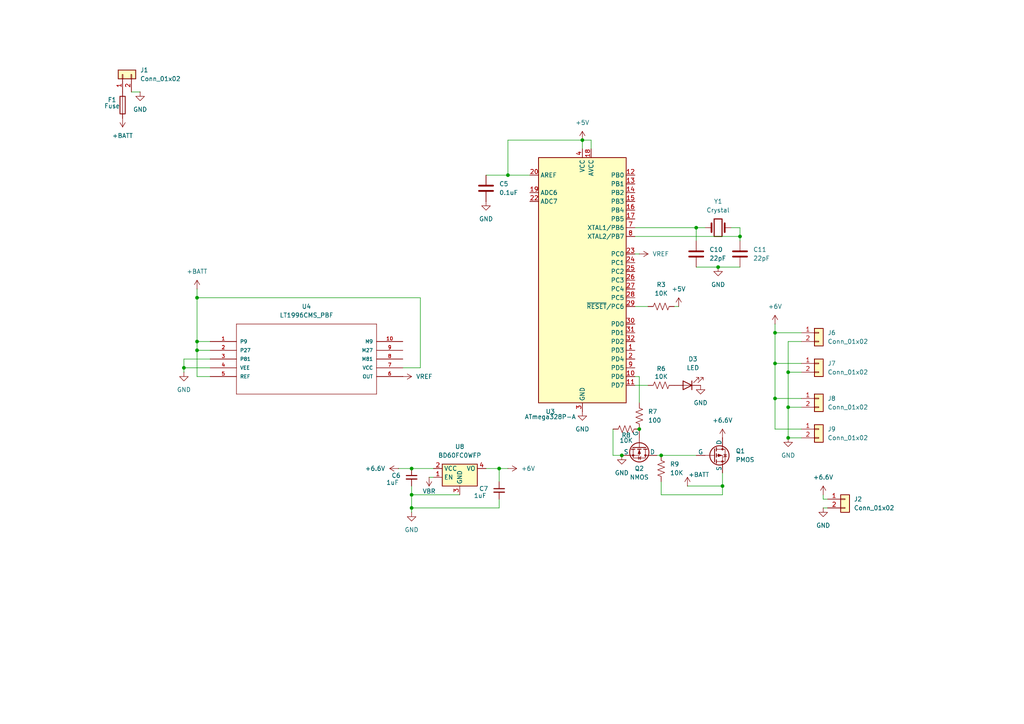
<source format=kicad_sch>
(kicad_sch (version 20250114) (generator "eeschema") (generator_version "9.0")
  (paper "A4")
  (lib_symbols
    (symbol "Connector_Generic:Conn_01x02" (pin_names (offset 1.016) (hide yes))
      (property "Reference" "J" (at 0 2.54 0))
      (property "Value" "Conn_01x02" (at 0 -5.08 0))
      (symbol "Conn_01x02_1_1"
        (rectangle (start -1.27 1.27) (end 1.27 -3.81) (stroke (width 0.254)) (fill (type background)))
        (rectangle (start -1.27 0.127) (end 0 -0.127) (stroke (width 0.1524)))
        (rectangle (start -1.27 -2.413) (end 0 -2.667) (stroke (width 0.1524)))
        (pin passive line (at -5.08 0 0) (length 3.81) (name "Pin_1") (number "1"))
        (pin passive line (at -5.08 -2.54 0) (length 3.81) (name "Pin_2") (number "2"))
      )
    )
    (symbol "Device:C" (pin_numbers (hide yes)) (pin_names (offset 0.254))
      (property "Reference" "C" (at 0.635 2.54 0))
      (property "Value" "C" (at 0.635 -2.54 0))
      (symbol "C_0_1"
        (polyline (pts (xy -2.032 0.762) (xy 2.032 0.762)) (stroke (width 0.508)))
        (polyline (pts (xy -2.032 -0.762) (xy 2.032 -0.762)) (stroke (width 0.508)))
      )
      (symbol "C_1_1"
        (pin passive line (at 0 3.81 270) (length 2.794) (name "~") (number "1"))
        (pin passive line (at 0 -3.81 90) (length 2.794) (name "~") (number "2"))
      )
    )
    (symbol "Device:C_Small" (pin_numbers (hide yes)) (pin_names (offset 0.254) (hide yes))
      (property "Reference" "C" (at 0.254 1.778 0))
      (property "Value" "C_Small" (at 0.254 -2.032 0))
      (symbol "C_Small_0_1"
        (polyline (pts (xy -1.524 0.508) (xy 1.524 0.508)) (stroke (width 0.3048)))
        (polyline (pts (xy -1.524 -0.508) (xy 1.524 -0.508)) (stroke (width 0.3302)))
      )
      (symbol "C_Small_1_1"
        (pin passive line (at 0 2.54 270) (length 2.032) (name "~") (number "1"))
        (pin passive line (at 0 -2.54 90) (length 2.032) (name "~") (number "2"))
      )
    )
    (symbol "Device:Crystal" (pin_numbers (hide yes)) (pin_names (offset 1.016) (hide yes))
      (property "Reference" "Y" (at 0 3.81 0))
      (property "Value" "Crystal" (at 0 -3.81 0))
      (symbol "Crystal_0_1"
        (polyline (pts (xy -2.54 0) (xy -1.905 0)))
        (polyline (pts (xy -1.905 -1.27) (xy -1.905 1.27)) (stroke (width 0.508)))
        (rectangle (start -1.143 2.54) (end 1.143 -2.54) (stroke (width 0.3048)))
        (polyline (pts (xy 1.905 -1.27) (xy 1.905 1.27)) (stroke (width 0.508)))
        (polyline (pts (xy 2.54 0) (xy 1.905 0)))
      )
      (symbol "Crystal_1_1"
        (pin passive line (at -3.81 0 0) (length 1.27) (name "1") (number "1"))
        (pin passive line (at 3.81 0 180) (length 1.27) (name "2") (number "2"))
      )
    )
    (symbol "Device:Fuse" (pin_numbers (hide yes)) (pin_names (offset 0))
      (property "Reference" "F" (at 2.032 0 90))
      (property "Value" "Fuse" (at -1.905 0 90))
      (symbol "Fuse_0_1"
        (rectangle (start -0.762 -2.54) (end 0.762 2.54) (stroke (width 0.254)))
        (polyline (pts (xy 0 2.54) (xy 0 -2.54)))
      )
      (symbol "Fuse_1_1"
        (pin passive line (at 0 3.81 270) (length 1.27) (name "~") (number "1"))
        (pin passive line (at 0 -3.81 90) (length 1.27) (name "~") (number "2"))
      )
    )
    (symbol "Device:LED" (pin_numbers (hide yes)) (pin_names (offset 1.016) (hide yes))
      (property "Reference" "D" (at 0 2.54 0))
      (property "Value" "LED" (at 0 -2.54 0))
      (symbol "LED_0_1"
        (polyline (pts (xy -3.048 -0.762) (xy -4.572 -2.286) (xy -3.81 -2.286) (xy -4.572 -2.286) (xy -4.572 -1.524)))
        (polyline (pts (xy -1.778 -0.762) (xy -3.302 -2.286) (xy -2.54 -2.286) (xy -3.302 -2.286) (xy -3.302 -1.524)))
        (polyline (pts (xy -1.27 0) (xy 1.27 0)))
        (polyline (pts (xy -1.27 -1.27) (xy -1.27 1.27)) (stroke (width 0.254)))
        (polyline (pts (xy 1.27 -1.27) (xy 1.27 1.27) (xy -1.27 0) (xy 1.27 -1.27)) (stroke (width 0.254)))
      )
      (symbol "LED_1_1"
        (pin passive line (at -3.81 0 0) (length 2.54) (name "K") (number "1"))
        (pin passive line (at 3.81 0 180) (length 2.54) (name "A") (number "2"))
      )
    )
    (symbol "Device:R_US" (pin_numbers (hide yes)) (pin_names (offset 0))
      (property "Reference" "R" (at 2.54 0 90))
      (property "Value" "R_US" (at -2.54 0 90))
      (symbol "R_US_0_1"
        (polyline (pts (xy 0 2.286) (xy 0 2.54)))
        (polyline (pts (xy 0 2.286) (xy 1.016 1.905) (xy 0 1.524) (xy -1.016 1.143) (xy 0 0.762)))
        (polyline (pts (xy 0 0.762) (xy 1.016 0.381) (xy 0 0) (xy -1.016 -0.381) (xy 0 -0.762)))
        (polyline (pts (xy 0 -0.762) (xy 1.016 -1.143) (xy 0 -1.524) (xy -1.016 -1.905) (xy 0 -2.286)))
        (polyline (pts (xy 0 -2.286) (xy 0 -2.54)))
      )
      (symbol "R_US_1_1"
        (pin passive line (at 0 3.81 270) (length 1.27) (name "~") (number "1"))
        (pin passive line (at 0 -3.81 90) (length 1.27) (name "~") (number "2"))
      )
    )
    (symbol "LT1996CMS_PBF:LT1996CMS_PBF" (pin_names (offset 1.016))
      (property "Reference" "U" (at 23.2156 9.1186 0))
      (property "Value" "LT1996CMS_PBF" (at 22.5806 6.5786 0))
      (symbol "LT1996CMS_PBF_0_0"
        (polyline (pts (xy 7.62 5.08) (xy 7.62 -15.24)) (stroke (width 0.1524)))
        (polyline (pts (xy 7.62 -15.24) (xy 48.26 -15.24)) (stroke (width 0.1524)))
        (polyline (pts (xy 48.26 5.08) (xy 7.62 5.08)) (stroke (width 0.1524)))
        (polyline (pts (xy 48.26 -15.24) (xy 48.26 5.08)) (stroke (width 0.1524)))
        (pin input line (at 0 0 0) (length 7.62) (name "P9") (number "1"))
        (pin input line (at 0 -2.54 0) (length 7.62) (name "P27") (number "2"))
        (pin input line (at 0 -5.08 0) (length 7.62) (name "P81") (number "3"))
        (pin power_in line (at 0 -7.62 0) (length 7.62) (name "VEE") (number "4"))
        (pin bidirectional line (at 0 -10.16 0) (length 7.62) (name "REF") (number "5"))
        (pin input line (at 55.88 0 180) (length 7.62) (name "M9") (number "10"))
        (pin input line (at 55.88 -2.54 180) (length 7.62) (name "M27") (number "9"))
        (pin input line (at 55.88 -5.08 180) (length 7.62) (name "M81") (number "8"))
        (pin power_in line (at 55.88 -7.62 180) (length 7.62) (name "VCC") (number "7"))
        (pin output line (at 55.88 -10.16 180) (length 7.62) (name "OUT") (number "6"))
      )
    )
    (symbol "MCU_Microchip_ATmega:ATmega328P-A"
      (property "Reference" "U" (at -12.7 36.83 0))
      (property "Value" "ATmega328P-A" (at 2.54 -36.83 0))
      (symbol "ATmega328P-A_0_1"
        (rectangle (start -12.7 -35.56) (end 12.7 35.56) (stroke (width 0.254)) (fill (type background)))
      )
      (symbol "ATmega328P-A_1_1"
        (pin passive line (at -15.24 30.48 0) (length 2.54) (name "AREF") (number "20"))
        (pin input line (at -15.24 25.4 0) (length 2.54) (name "ADC6") (number "19"))
        (pin input line (at -15.24 22.86 0) (length 2.54) (name "ADC7") (number "22"))
        (pin power_in line (at 0 38.1 270) (length 2.54) (name "VCC") (number "4"))
        (pin passive line (at 0 38.1 270) (length 2.54) (hide yes) (name "VCC") (number "6"))
        (pin passive line (at 0 -38.1 90) (length 2.54) (hide yes) (name "GND") (number "21"))
        (pin power_in line (at 0 -38.1 90) (length 2.54) (name "GND") (number "3"))
        (pin passive line (at 0 -38.1 90) (length 2.54) (hide yes) (name "GND") (number "5"))
        (pin power_in line (at 2.54 38.1 270) (length 2.54) (name "AVCC") (number "18"))
        (pin bidirectional line (at 15.24 30.48 180) (length 2.54) (name "PB0") (number "12"))
        (pin bidirectional line (at 15.24 27.94 180) (length 2.54) (name "PB1") (number "13"))
        (pin bidirectional line (at 15.24 25.4 180) (length 2.54) (name "PB2") (number "14"))
        (pin bidirectional line (at 15.24 22.86 180) (length 2.54) (name "PB3") (number "15"))
        (pin bidirectional line (at 15.24 20.32 180) (length 2.54) (name "PB4") (number "16"))
        (pin bidirectional line (at 15.24 17.78 180) (length 2.54) (name "PB5") (number "17"))
        (pin bidirectional line (at 15.24 15.24 180) (length 2.54) (name "XTAL1/PB6") (number "7"))
        (pin bidirectional line (at 15.24 12.7 180) (length 2.54) (name "XTAL2/PB7") (number "8"))
        (pin bidirectional line (at 15.24 7.62 180) (length 2.54) (name "PC0") (number "23"))
        (pin bidirectional line (at 15.24 5.08 180) (length 2.54) (name "PC1") (number "24"))
        (pin bidirectional line (at 15.24 2.54 180) (length 2.54) (name "PC2") (number "25"))
        (pin bidirectional line (at 15.24 0 180) (length 2.54) (name "PC3") (number "26"))
        (pin bidirectional line (at 15.24 -2.54 180) (length 2.54) (name "PC4") (number "27"))
        (pin bidirectional line (at 15.24 -5.08 180) (length 2.54) (name "PC5") (number "28"))
        (pin bidirectional line (at 15.24 -7.62 180) (length 2.54) (name "~{RESET}/PC6") (number "29"))
        (pin bidirectional line (at 15.24 -12.7 180) (length 2.54) (name "PD0") (number "30"))
        (pin bidirectional line (at 15.24 -15.24 180) (length 2.54) (name "PD1") (number "31"))
        (pin bidirectional line (at 15.24 -17.78 180) (length 2.54) (name "PD2") (number "32"))
        (pin bidirectional line (at 15.24 -20.32 180) (length 2.54) (name "PD3") (number "1"))
        (pin bidirectional line (at 15.24 -22.86 180) (length 2.54) (name "PD4") (number "2"))
        (pin bidirectional line (at 15.24 -25.4 180) (length 2.54) (name "PD5") (number "9"))
        (pin bidirectional line (at 15.24 -27.94 180) (length 2.54) (name "PD6") (number "10"))
        (pin bidirectional line (at 15.24 -30.48 180) (length 2.54) (name "PD7") (number "11"))
      )
    )
    (symbol "Regulator_Linear:BD60FC0WFP"
      (property "Reference" "U" (at 0 7.62 0))
      (property "Value" "BD60FC0WFP" (at 0 5.08 0))
      (symbol "BD60FC0WFP_1_1"
        (rectangle (start -5.08 -5.08) (end 5.08 1.27) (stroke (width 0.254)) (fill (type background)))
        (pin power_in line (at -7.62 0 0) (length 2.54) (name "VCC") (number "2"))
        (pin input line (at -7.62 -2.54 0) (length 2.54) (name "EN") (number "1"))
        (pin power_in line (at 0 -7.62 90) (length 2.54) (name "GND") (number "3"))
        (pin no_connect line (at 5.08 -2.54 180) (length 2.54) (hide yes) (name "NC") (number "5"))
        (pin power_out line (at 7.62 0 180) (length 2.54) (name "VO") (number "4"))
      )
    )
    (symbol "Simulation_SPICE:NMOS" (pin_numbers (hide yes)) (pin_names (offset 0))
      (property "Reference" "Q" (at 5.08 1.27 0))
      (property "Value" "NMOS" (at 5.08 -1.27 0))
      (symbol "NMOS_0_1"
        (polyline (pts (xy 0.254 1.905) (xy 0.254 -1.905)) (stroke (width 0.254)))
        (polyline (pts (xy 0.254 0) (xy -2.54 0)))
        (polyline (pts (xy 0.762 2.286) (xy 0.762 1.27)) (stroke (width 0.254)))
        (polyline (pts (xy 0.762 0.508) (xy 0.762 -0.508)) (stroke (width 0.254)))
        (polyline (pts (xy 0.762 -1.27) (xy 0.762 -2.286)) (stroke (width 0.254)))
        (polyline (pts (xy 0.762 -1.778) (xy 3.302 -1.778) (xy 3.302 1.778) (xy 0.762 1.778)))
        (polyline (pts (xy 1.016 0) (xy 2.032 0.381) (xy 2.032 -0.381) (xy 1.016 0)) (fill (type outline)))
        (circle (center 1.651 0) (radius 2.794) (stroke (width 0.254)))
        (polyline (pts (xy 2.54 2.54) (xy 2.54 1.778)))
        (circle (center 2.54 1.778) (radius 0.254) (fill (type outline)))
        (circle (center 2.54 -1.778) (radius 0.254) (fill (type outline)))
        (polyline (pts (xy 2.54 -2.54) (xy 2.54 0) (xy 0.762 0)))
        (polyline (pts (xy 2.794 0.508) (xy 2.921 0.381) (xy 3.683 0.381) (xy 3.81 0.254)))
        (polyline (pts (xy 3.302 0.381) (xy 2.921 -0.254) (xy 3.683 -0.254) (xy 3.302 0.381)))
      )
      (symbol "NMOS_1_1"
        (pin input line (at -5.08 0 0) (length 2.54) (name "G") (number "2"))
        (pin passive line (at 2.54 5.08 270) (length 2.54) (name "D") (number "1"))
        (pin passive line (at 2.54 -5.08 90) (length 2.54) (name "S") (number "3"))
      )
    )
    (symbol "Simulation_SPICE:PMOS" (pin_numbers (hide yes)) (pin_names (offset 0))
      (property "Reference" "Q" (at 5.08 1.27 0))
      (property "Value" "PMOS" (at 5.08 -1.27 0))
      (symbol "PMOS_0_1"
        (polyline (pts (xy 0.254 1.905) (xy 0.254 -1.905)) (stroke (width 0.254)))
        (polyline (pts (xy 0.254 0) (xy -2.54 0)))
        (polyline (pts (xy 0.762 2.286) (xy 0.762 1.27)) (stroke (width 0.254)))
        (polyline (pts (xy 0.762 1.778) (xy 3.302 1.778) (xy 3.302 -1.778) (xy 0.762 -1.778)))
        (polyline (pts (xy 0.762 0.508) (xy 0.762 -0.508)) (stroke (width 0.254)))
        (polyline (pts (xy 0.762 -1.27) (xy 0.762 -2.286)) (stroke (width 0.254)))
        (circle (center 1.651 0) (radius 2.794) (stroke (width 0.254)))
        (polyline (pts (xy 2.286 0) (xy 1.27 0.381) (xy 1.27 -0.381) (xy 2.286 0)) (fill (type outline)))
        (polyline (pts (xy 2.54 2.54) (xy 2.54 1.778)))
        (circle (center 2.54 1.778) (radius 0.254) (fill (type outline)))
        (circle (center 2.54 -1.778) (radius 0.254) (fill (type outline)))
        (polyline (pts (xy 2.54 -2.54) (xy 2.54 0) (xy 0.762 0)))
        (polyline (pts (xy 2.794 -0.508) (xy 2.921 -0.381) (xy 3.683 -0.381) (xy 3.81 -0.254)))
        (polyline (pts (xy 3.302 -0.381) (xy 2.921 0.254) (xy 3.683 0.254) (xy 3.302 -0.381)))
      )
      (symbol "PMOS_1_1"
        (pin input line (at -5.08 0 0) (length 2.54) (name "G") (number "2"))
        (pin passive line (at 2.54 5.08 270) (length 2.54) (name "D") (number "1"))
        (pin passive line (at 2.54 -5.08 90) (length 2.54) (name "S") (number "3"))
      )
    )
    (symbol "power:+BATT" (power) (pin_numbers (hide yes)) (pin_names (offset 0) (hide yes))
      (property "Value" "+BATT" (at 0 3.556 0))
      (symbol "+BATT_0_1"
        (polyline (pts (xy -0.762 1.27) (xy 0 2.54)))
        (polyline (pts (xy 0 2.54) (xy 0.762 1.27)))
        (polyline (pts (xy 0 0) (xy 0 2.54)))
      )
      (symbol "+BATT_1_1"
        (pin power_in line (at 0 0 90) (length 0) (name "~") (number "1"))
      )
    )
    (symbol "power:GND" (power) (pin_numbers (hide yes)) (pin_names (offset 0) (hide yes))
      (property "Value" "GND" (at 0 -3.81 0))
      (symbol "GND_0_1"
        (polyline (pts (xy 0 0) (xy 0 -1.27) (xy 1.27 -1.27) (xy 0 -2.54) (xy -1.27 -1.27) (xy 0 -1.27)))
      )
      (symbol "GND_1_1"
        (pin power_in line (at 0 0 270) (length 0) (name "~") (number "1"))
      )
    )
    (symbol "power:VAA" (power) (pin_numbers (hide yes)) (pin_names (offset 0) (hide yes))
      (property "Value" "VAA" (at 0 3.556 0))
      (symbol "VAA_0_1"
        (polyline (pts (xy -0.762 1.27) (xy 0 2.54)))
        (polyline (pts (xy 0 2.54) (xy 0.762 1.27)))
        (polyline (pts (xy 0 0) (xy 0 2.54)))
      )
      (symbol "VAA_1_1"
        (pin power_in line (at 0 0 90) (length 0) (name "~") (number "1"))
      )
    )
  )
  (junction (at 209.55 140.97))
  (junction (at 57.15 86.36))
  (junction (at 201.93 66.04))
  (junction (at 119.38 147.32))
  (junction (at 144.78 135.89))
  (junction (at 53.34 106.68))
  (junction (at 214.63 68.58))
  (junction (at 228.6 118.11))
  (junction (at 57.15 101.6))
  (junction (at 180.34 132.08))
  (junction (at 119.38 135.89))
  (junction (at 224.79 96.52))
  (junction (at 208.28 77.47))
  (junction (at 57.15 99.06))
  (junction (at 168.91 40.64))
  (junction (at 228.6 107.95))
  (junction (at 228.6 127))
  (junction (at 147.32 50.8))
  (junction (at 224.79 105.41))
  (junction (at 185.42 124.46))
  (junction (at 224.79 115.57))
  (junction (at 191.77 132.08))
  (junction (at 119.38 143.51))
  (wire (pts (xy 201.93 66.04) (xy 184.15 66.04)))
  (wire (pts (xy 144.78 147.32) (xy 119.38 147.32)))
  (wire (pts (xy 153.67 50.8) (xy 147.32 50.8)))
  (wire (pts (xy 57.15 109.22) (xy 57.15 101.6)))
  (wire (pts (xy 191.77 132.08) (xy 201.93 132.08)))
  (wire (pts (xy 204.47 66.04) (xy 201.93 66.04)))
  (wire (pts (xy 57.15 99.06) (xy 60.96 99.06)))
  (wire (pts (xy 240.03 144.78) (xy 238.76 144.78)))
  (wire (pts (xy 177.8 132.08) (xy 180.34 132.08)))
  (wire (pts (xy 191.77 143.51) (xy 191.77 139.7)))
  (wire (pts (xy 201.93 66.04) (xy 201.93 69.85)))
  (wire (pts (xy 209.55 143.51) (xy 191.77 143.51)))
  (wire (pts (xy 214.63 68.58) (xy 214.63 69.85)))
  (wire (pts (xy 185.42 109.22) (xy 185.42 116.84)))
  (wire (pts (xy 224.79 124.46) (xy 232.41 124.46)))
  (wire (pts (xy 40.64 26.67) (xy 38.1 26.67)))
  (wire (pts (xy 53.34 106.68) (xy 53.34 107.95)))
  (wire (pts (xy 224.79 105.41) (xy 224.79 96.52)))
  (wire (pts (xy 121.92 86.36) (xy 57.15 86.36)))
  (wire (pts (xy 195.58 88.9) (xy 196.85 88.9)))
  (wire (pts (xy 140.97 135.89) (xy 144.78 135.89)))
  (wire (pts (xy 187.96 111.76) (xy 184.15 111.76)))
  (wire (pts (xy 144.78 135.89) (xy 147.32 135.89)))
  (wire (pts (xy 224.79 124.46) (xy 224.79 115.57)))
  (wire (pts (xy 228.6 99.06) (xy 228.6 107.95)))
  (wire (pts (xy 57.15 99.06) (xy 57.15 101.6)))
  (wire (pts (xy 184.15 73.66) (xy 185.42 73.66)))
  (wire (pts (xy 119.38 147.32) (xy 119.38 148.59)))
  (wire (pts (xy 121.92 106.68) (xy 121.92 86.36)))
  (wire (pts (xy 125.73 135.89) (xy 119.38 135.89)))
  (wire (pts (xy 177.8 124.46) (xy 177.8 132.08)))
  (wire (pts (xy 209.55 140.97) (xy 209.55 143.51)))
  (wire (pts (xy 147.32 40.64) (xy 147.32 50.8)))
  (wire (pts (xy 125.73 138.43) (xy 124.46 138.43)))
  (wire (pts (xy 57.15 83.82) (xy 57.15 86.36)))
  (wire (pts (xy 201.93 77.47) (xy 208.28 77.47)))
  (wire (pts (xy 232.41 127) (xy 228.6 127)))
  (wire (pts (xy 232.41 99.06) (xy 228.6 99.06)))
  (wire (pts (xy 60.96 104.14) (xy 53.34 104.14)))
  (wire (pts (xy 57.15 101.6) (xy 60.96 101.6)))
  (wire (pts (xy 115.57 135.89) (xy 119.38 135.89)))
  (wire (pts (xy 119.38 140.97) (xy 119.38 143.51)))
  (wire (pts (xy 168.91 40.64) (xy 168.91 43.18)))
  (wire (pts (xy 168.91 40.64) (xy 147.32 40.64)))
  (wire (pts (xy 140.97 50.8) (xy 147.32 50.8)))
  (wire (pts (xy 232.41 115.57) (xy 224.79 115.57)))
  (wire (pts (xy 60.96 109.22) (xy 57.15 109.22)))
  (wire (pts (xy 232.41 105.41) (xy 224.79 105.41)))
  (wire (pts (xy 209.55 137.16) (xy 209.55 140.97)))
  (wire (pts (xy 57.15 86.36) (xy 57.15 99.06)))
  (wire (pts (xy 187.96 88.9) (xy 184.15 88.9)))
  (wire (pts (xy 224.79 115.57) (xy 224.79 105.41)))
  (wire (pts (xy 144.78 144.78) (xy 144.78 147.32)))
  (wire (pts (xy 53.34 104.14) (xy 53.34 106.68)))
  (wire (pts (xy 133.35 143.51) (xy 119.38 143.51)))
  (wire (pts (xy 144.78 139.7) (xy 144.78 135.89)))
  (wire (pts (xy 184.15 68.58) (xy 214.63 68.58)))
  (wire (pts (xy 168.91 40.64) (xy 171.45 40.64)))
  (wire (pts (xy 228.6 107.95) (xy 228.6 118.11)))
  (wire (pts (xy 228.6 118.11) (xy 228.6 127)))
  (wire (pts (xy 232.41 118.11) (xy 228.6 118.11)))
  (wire (pts (xy 116.84 106.68) (xy 121.92 106.68)))
  (wire (pts (xy 214.63 77.47) (xy 208.28 77.47)))
  (wire (pts (xy 238.76 144.78) (xy 238.76 143.51)))
  (wire (pts (xy 212.09 66.04) (xy 214.63 66.04)))
  (wire (pts (xy 171.45 40.64) (xy 171.45 43.18)))
  (wire (pts (xy 60.96 106.68) (xy 53.34 106.68)))
  (wire (pts (xy 232.41 96.52) (xy 224.79 96.52)))
  (wire (pts (xy 214.63 66.04) (xy 214.63 68.58)))
  (wire (pts (xy 240.03 147.32) (xy 238.76 147.32)))
  (wire (pts (xy 232.41 107.95) (xy 228.6 107.95)))
  (wire (pts (xy 209.55 140.97) (xy 199.39 140.97)))
  (wire (pts (xy 184.15 109.22) (xy 185.42 109.22)))
  (wire (pts (xy 224.79 96.52) (xy 224.79 93.98)))
  (wire (pts (xy 190.5 132.08) (xy 191.77 132.08)))
  (wire (pts (xy 119.38 143.51) (xy 119.38 147.32)))
  (symbol (lib_id "Device:C") (at 201.93 73.66 0) (unit 1)
    (property "Reference" "C10" (at 205.74 72.3899 0) (effects (justify left)))
    (property "Value" "22pF" (at 205.74 74.9299 0) (effects (justify left)))
    (property "Footprint" "Capacitor_SMD:C_0603_1608Metric" (effects (hide yes)))
    (property "Description" "Unpolarized capacitor" (effects (hide yes)))
  )
  (symbol (lib_id "Connector_Generic:Conn_01x02") (at 35.56 21.59 90) (unit 1)
    (property "Reference" "J1" (at 40.64 20.3199 90) (effects (justify right)))
    (property "Value" "Conn_01x02" (at 40.64 22.8599 90) (effects (justify right)))
    (property "Footprint" "Connector_TE-Connectivity:TE_440054-2_1x02_P2.00mm_Vertical" (effects (hide yes)))
    (property "Description" "Generic connector, single row, 01x02, script generated (kicad-library-utils/schlib/autogen/connector/)" (effects (hide yes)))
  )
  (symbol (lib_id "power:GND") (at 53.34 107.95 0) (unit 1)
    (property "Reference" "#PWR04" (effects (hide yes)))
    (property "Value" "GND" (at 53.34 113.03 0))
    (property "Description" "Power symbol creates a global label with name \"GND\" , ground" (effects (hide yes)))
  )
  (symbol (lib_id "Device:LED") (at 199.39 111.76 180) (unit 1)
    (property "Reference" "D3" (at 200.9775 104.14 0))
    (property "Value" "LED" (at 200.9775 106.68 0))
    (property "Footprint" "Diode_SMD:D_0603_1608Metric" (effects (hide yes)))
    (property "Description" "Light emitting diode" (effects (hide yes)))
    (property "Sim.Pins" "1=K 2=A" (effects (hide yes)))
  )
  (symbol (lib_id "power:GND") (at 119.38 148.59 0) (unit 1)
    (property "Reference" "#PWR025" (effects (hide yes)))
    (property "Value" "GND" (at 119.38 153.67 0))
    (property "Description" "Power symbol creates a global label with name \"GND\" , ground" (effects (hide yes)))
  )
  (symbol (lib_id "Device:R_US") (at 191.77 135.89 0) (unit 1)
    (property "Reference" "R9" (at 194.31 134.6199 0) (effects (justify left)))
    (property "Value" "10K" (at 194.31 137.1599 0) (effects (justify left)))
    (property "Footprint" "Resistor_SMD:R_0603_1608Metric" (effects (hide yes)))
    (property "Description" "Resistor, US symbol" (effects (hide yes)))
  )
  (symbol (lib_id "power:VAA") (at 116.84 109.22 270) (unit 1)
    (property "Reference" "#PWR05" (effects (hide yes)))
    (property "Value" "VREF" (at 120.65 109.2199 90) (effects (justify left)))
    (property "Description" "Power symbol creates a global label with name \"VAA\"" (effects (hide yes)))
  )
  (symbol (lib_id "Connector_Generic:Conn_01x02") (at 237.49 124.46 0) (unit 1)
    (property "Reference" "J9" (at 240.03 124.4599 0) (effects (justify left)))
    (property "Value" "Conn_01x02" (at 240.03 126.9999 0) (effects (justify left)))
    (property "Footprint" "Connector_TE-Connectivity:TE_440054-2_1x02_P2.00mm_Vertical" (effects (hide yes)))
    (property "Description" "Generic connector, single row, 01x02, script generated (kicad-library-utils/schlib/autogen/connector/)" (effects (hide yes)))
  )
  (symbol (lib_id "power:GND") (at 238.76 147.32 0) (unit 1)
    (property "Reference" "#PWR031" (effects (hide yes)))
    (property "Value" "GND" (at 238.76 152.4 0))
    (property "Description" "Power symbol creates a global label with name \"GND\" , ground" (effects (hide yes)))
  )
  (symbol (lib_id "Device:C") (at 214.63 73.66 0) (unit 1)
    (property "Reference" "C11" (at 218.44 72.3899 0) (effects (justify left)))
    (property "Value" "22pF" (at 218.44 74.9299 0) (effects (justify left)))
    (property "Footprint" "Capacitor_SMD:C_0603_1608Metric" (effects (hide yes)))
    (property "Description" "Unpolarized capacitor" (effects (hide yes)))
  )
  (symbol (lib_id "Connector_Generic:Conn_01x02") (at 237.49 96.52 0) (unit 1)
    (property "Reference" "J6" (at 240.03 96.5199 0) (effects (justify left)))
    (property "Value" "Conn_01x02" (at 240.03 99.0599 0) (effects (justify left)))
    (property "Footprint" "Connector_TE-Connectivity:TE_440054-2_1x02_P2.00mm_Vertical" (effects (hide yes)))
    (property "Description" "Generic connector, single row, 01x02, script generated (kicad-library-utils/schlib/autogen/connector/)" (effects (hide yes)))
  )
  (symbol (lib_id "power:GND") (at 208.28 77.47 0) (unit 1)
    (property "Reference" "#PWR011" (effects (hide yes)))
    (property "Value" "GND" (at 208.28 82.55 0))
    (property "Description" "Power symbol creates a global label with name \"GND\" , ground" (effects (hide yes)))
  )
  (symbol (lib_id "Device:Fuse") (at 35.56 30.48 0) (unit 1)
    (property "Reference" "F1" (at 31.242 28.956 0) (effects (justify left)))
    (property "Value" "Fuse" (at 30.226 30.734 0) (effects (justify left)))
    (property "Footprint" "Fuse:Fuseholder_Littelfuse_445_030_series_5x20mm" (effects (hide yes)))
    (property "Description" "Fuse" (effects (hide yes)))
  )
  (symbol (lib_id "Connector_Generic:Conn_01x02") (at 245.11 144.78 0) (unit 1)
    (property "Reference" "J2" (at 247.65 144.7799 0) (effects (justify left)))
    (property "Value" "Conn_01x02" (at 247.65 147.3199 0) (effects (justify left)))
    (property "Footprint" "Connector_TE-Connectivity:TE_440054-2_1x02_P2.00mm_Vertical" (effects (hide yes)))
    (property "Description" "Generic connector, single row, 01x02, script generated (kicad-library-utils/schlib/autogen/connector/)" (effects (hide yes)))
  )
  (symbol (lib_id "power:VAA") (at 238.76 143.51 0) (unit 1)
    (property "Reference" "#PWR023" (effects (hide yes)))
    (property "Value" "+6.6V" (at 238.76 138.43 0))
    (property "Description" "Power symbol creates a global label with name \"VAA\"" (effects (hide yes)))
  )
  (symbol (lib_id "power:GND") (at 228.6 127 0) (unit 1)
    (property "Reference" "#PWR034" (effects (hide yes)))
    (property "Value" "GND" (at 228.6 132.08 0))
    (property "Description" "Power symbol creates a global label with name \"GND\" , ground" (effects (hide yes)))
  )
  (symbol (lib_id "power:VAA") (at 147.32 135.89 270) (unit 1)
    (property "Reference" "#PWR027" (effects (hide yes)))
    (property "Value" "+6V" (at 151.13 135.8899 90) (effects (justify left)))
    (property "Description" "Power symbol creates a global label with name \"VAA\"" (effects (hide yes)))
  )
  (symbol (lib_id "Simulation_SPICE:NMOS") (at 185.42 129.54 270) (unit 1)
    (property "Reference" "Q2" (at 185.42 135.89 90))
    (property "Value" "NMOS" (at 185.42 138.43 90))
    (property "Footprint" "Package_TO_SOT_SMD:SOT-23-3" (effects (hide yes)))
    (property "Datasheet" "https://ngspice.sourceforge.io/docs/ngspice-html-manual/manual.xhtml#cha_MOSFETs" (effects (hide yes)))
    (property "Description" "N-MOSFET transistor, drain/source/gate" (effects (hide yes)))
    (property "Sim.Device" "NMOS" (effects (hide yes)))
    (property "Sim.Type" "VDMOS" (effects (hide yes)))
    (property "Sim.Pins" "1=D 2=G 3=S" (effects (hide yes)))
  )
  (symbol (lib_id "power:GND") (at 203.2 111.76 0) (unit 1)
    (property "Reference" "#PWR017" (effects (hide yes)))
    (property "Value" "GND" (at 203.2 116.84 0))
    (property "Description" "Power symbol creates a global label with name \"GND\" , ground" (effects (hide yes)))
  )
  (symbol (lib_id "power:VAA") (at 224.79 93.98 0) (unit 1)
    (property "Reference" "#PWR033" (effects (hide yes)))
    (property "Value" "+6V" (at 224.79 88.9 0))
    (property "Description" "Power symbol creates a global label with name \"VAA\"" (effects (hide yes)))
  )
  (symbol (lib_id "Device:C") (at 140.97 54.61 0) (unit 1)
    (property "Reference" "C5" (at 144.78 53.3399 0) (effects (justify left)))
    (property "Value" "0.1uF" (at 144.78 55.8799 0) (effects (justify left)))
    (property "Footprint" "Capacitor_SMD:C_0603_1608Metric" (effects (hide yes)))
    (property "Description" "Unpolarized capacitor" (effects (hide yes)))
  )
  (symbol (lib_id "Simulation_SPICE:PMOS") (at 207.01 132.08 0) (unit 1)
    (property "Reference" "Q1" (at 213.36 130.8099 0) (effects (justify left)))
    (property "Value" "PMOS" (at 213.36 133.3499 0) (effects (justify left)))
    (property "Footprint" "Package_TO_SOT_SMD:SOT-23" (effects (hide yes)))
    (property "Datasheet" "https://ngspice.sourceforge.io/docs/ngspice-html-manual/manual.xhtml#cha_MOSFETs" (effects (hide yes)))
    (property "Description" "P-MOSFET transistor, drain/source/gate" (effects (hide yes)))
    (property "Sim.Device" "PMOS" (effects (hide yes)))
    (property "Sim.Type" "VDMOS" (effects (hide yes)))
    (property "Sim.Pins" "1=D 2=G 3=S" (effects (hide yes)))
  )
  (symbol (lib_id "Device:R_US") (at 191.77 111.76 90) (unit 1)
    (property "Reference" "R6" (at 191.77 106.934 90))
    (property "Value" "10K" (at 191.77 109.22 90))
    (property "Footprint" "Resistor_SMD:R_0603_1608Metric" (effects (hide yes)))
    (property "Description" "Resistor, US symbol" (effects (hide yes)))
  )
  (symbol (lib_id "power:+BATT") (at 35.56 34.29 180) (unit 1)
    (property "Reference" "#PWR03" (effects (hide yes)))
    (property "Value" "+BATT" (at 35.56 39.37 0))
    (property "Description" "Power symbol creates a global label with name \"+BATT\"" (effects (hide yes)))
  )
  (symbol (lib_id "power:VAA") (at 124.46 138.43 180) (unit 1)
    (property "Reference" "#PWR026" (effects (hide yes)))
    (property "Value" "VBR" (at 124.46 142.494 0))
    (property "Description" "Power symbol creates a global label with name \"VAA\"" (effects (hide yes)))
  )
  (symbol (lib_id "Regulator_Linear:BD60FC0WFP") (at 133.35 135.89 0) (unit 1)
    (property "Reference" "U8" (at 133.35 129.54 0))
    (property "Value" "BD60FC0WFP" (at 133.35 132.08 0))
    (property "Footprint" "Package_TO_SOT_SMD:TO-252-4" (effects (hide yes)))
    (property "Datasheet" "https://fscdn.rohm.com/en/products/databook/datasheet/ic/power/linear_regulator/bdxxfc0wefj-e.pdf" (effects (hide yes)))
    (property "Description" "1A, 6.0V LDO regulator with OVP & TSP, with enable, TO-252" (effects (hide yes)))
  )
  (symbol (lib_id "Device:C_Small") (at 119.38 138.43 0) (unit 1)
    (property "Reference" "C6" (at 113.538 137.922 0) (effects (justify left)))
    (property "Value" "1uF" (at 112.014 139.954 0) (effects (justify left)))
    (property "Footprint" "Capacitor_SMD:C_0603_1608Metric" (effects (hide yes)))
    (property "Description" "Unpolarized capacitor, small symbol" (effects (hide yes)))
  )
  (symbol (lib_id "power:+BATT") (at 209.55 127 0) (unit 1)
    (property "Reference" "#PWR022" (effects (hide yes)))
    (property "Value" "+6.6V" (at 209.55 121.92 0))
    (property "Description" "Power symbol creates a global label with name \"+BATT\"" (effects (hide yes)))
  )
  (symbol (lib_id "MCU_Microchip_ATmega:ATmega328P-A") (at 168.91 81.28 0) (unit 1)
    (property "Reference" "U3" (at 158.242 119.38 0) (effects (justify left)))
    (property "Value" "ATmega328P-A" (at 152.146 120.904 0) (effects (justify left)))
    (property "Footprint" "Package_QFP:TQFP-32_7x7mm_P0.8mm" (effects (hide yes)))
    (property "Datasheet" "http://ww1.microchip.com/downloads/en/DeviceDoc/ATmega328_P%20AVR%20MCU%20with%20picoPower%20Technology%20Data%20Sheet%2040001984A.pdf" (effects (hide yes)))
    (property "Description" "20MHz, 32kB Flash, 2kB SRAM, 1kB EEPROM, TQFP-32" (effects (hide yes)))
  )
  (symbol (lib_id "LT1996CMS_PBF:LT1996CMS_PBF") (at 60.96 99.06 0) (unit 1)
    (property "Reference" "U4" (at 88.9 88.9 0))
    (property "Value" "LT1996CMS_PBF" (at 88.9 91.44 0))
    (property "Footprint" "LT1996CMS_PBF:MSOP-10_MS" (effects (hide yes)))
    (property "VENDOR" "Linear Technology" (effects (hide yes)))
    (property "MANUFACTURER_PART_NUMBER" "lt1996cms" (effects (hide yes)))
  )
  (symbol (lib_id "power:GND") (at 40.64 26.67 0) (unit 1)
    (property "Reference" "#PWR02" (effects (hide yes)))
    (property "Value" "GND" (at 40.64 31.75 0))
    (property "Description" "Power symbol creates a global label with name \"GND\" , ground" (effects (hide yes)))
  )
  (symbol (lib_id "power:GND") (at 180.34 132.08 0) (unit 1)
    (property "Reference" "#PWR018" (effects (hide yes)))
    (property "Value" "GND" (at 180.34 137.16 0))
    (property "Description" "Power symbol creates a global label with name \"GND\" , ground" (effects (hide yes)))
  )
  (symbol (lib_id "power:VAA") (at 168.91 40.64 0) (unit 1)
    (property "Reference" "#PWR0101" (effects (hide yes)))
    (property "Value" "+5V" (at 168.91 35.56 0))
    (property "Description" "Power symbol creates a global label with name \"VAA\"" (effects (hide yes)))
  )
  (symbol (lib_id "power:VAA") (at 185.42 73.66 270) (unit 1)
    (property "Reference" "#PWR012" (effects (hide yes)))
    (property "Value" "VREF" (at 189.23 73.6599 90) (effects (justify left)))
    (property "Description" "Power symbol creates a global label with name \"VAA\"" (effects (hide yes)))
  )
  (symbol (lib_id "power:+BATT") (at 199.39 140.97 0) (unit 1)
    (property "Reference" "#PWR021" (effects (hide yes)))
    (property "Value" "+BATT" (at 202.692 137.668 0))
    (property "Description" "Power symbol creates a global label with name \"+BATT\"" (effects (hide yes)))
  )
  (symbol (lib_id "Connector_Generic:Conn_01x02") (at 237.49 115.57 0) (unit 1)
    (property "Reference" "J8" (at 240.03 115.5699 0) (effects (justify left)))
    (property "Value" "Conn_01x02" (at 240.03 118.1099 0) (effects (justify left)))
    (property "Footprint" "Connector_TE-Connectivity:TE_440054-2_1x02_P2.00mm_Vertical" (effects (hide yes)))
    (property "Description" "Generic connector, single row, 01x02, script generated (kicad-library-utils/schlib/autogen/connector/)" (effects (hide yes)))
  )
  (symbol (lib_id "Device:Crystal") (at 208.28 66.04 180) (unit 1)
    (property "Reference" "Y1" (at 208.28 58.42 0))
    (property "Value" "Crystal" (at 208.28 60.96 0))
    (property "Footprint" "Crystal:Crystal_HC49-U_Vertical" (effects (hide yes)))
    (property "Description" "Two pin crystal" (effects (hide yes)))
  )
  (symbol (lib_id "power:GND") (at 140.97 58.42 0) (unit 1)
    (property "Reference" "#PWR013" (effects (hide yes)))
    (property "Value" "GND" (at 140.97 63.5 0))
    (property "Description" "Power symbol creates a global label with name \"GND\" , ground" (effects (hide yes)))
  )
  (symbol (lib_id "Device:C_Small") (at 144.78 142.24 0) (unit 1)
    (property "Reference" "C7" (at 138.938 141.732 0) (effects (justify left)))
    (property "Value" "1uF" (at 137.414 143.764 0) (effects (justify left)))
    (property "Footprint" "Capacitor_SMD:C_0603_1608Metric" (effects (hide yes)))
    (property "Description" "Unpolarized capacitor, small symbol" (effects (hide yes)))
  )
  (symbol (lib_id "Device:R_US") (at 191.77 88.9 90) (unit 1)
    (property "Reference" "R3" (at 191.77 82.55 90))
    (property "Value" "10K" (at 191.77 85.09 90))
    (property "Footprint" "Resistor_SMD:R_0603_1608Metric" (effects (hide yes)))
    (property "Description" "Resistor, US symbol" (effects (hide yes)))
  )
  (symbol (lib_id "power:VAA") (at 196.85 88.9 0) (unit 1)
    (property "Reference" "#PWR010" (effects (hide yes)))
    (property "Value" "+5V" (at 196.85 83.82 0))
    (property "Description" "Power symbol creates a global label with name \"VAA\"" (effects (hide yes)))
  )
  (symbol (lib_id "Device:R_US") (at 181.61 124.46 270) (unit 1)
    (property "Reference" "R8" (at 181.61 126.238 90))
    (property "Value" "10K" (at 181.61 127.762 90))
    (property "Footprint" "Resistor_SMD:R_0603_1608Metric" (effects (hide yes)))
    (property "Description" "Resistor, US symbol" (effects (hide yes)))
  )
  (symbol (lib_id "Connector_Generic:Conn_01x02") (at 237.49 105.41 0) (unit 1)
    (property "Reference" "J7" (at 240.03 105.4099 0) (effects (justify left)))
    (property "Value" "Conn_01x02" (at 240.03 107.9499 0) (effects (justify left)))
    (property "Footprint" "Connector_TE-Connectivity:TE_440054-2_1x02_P2.00mm_Vertical" (effects (hide yes)))
    (property "Description" "Generic connector, single row, 01x02, script generated (kicad-library-utils/schlib/autogen/connector/)" (effects (hide yes)))
  )
  (symbol (lib_id "power:+BATT") (at 57.15 83.82 0) (unit 1)
    (property "Reference" "#PWR01" (effects (hide yes)))
    (property "Value" "+BATT" (at 57.15 78.74 0))
    (property "Description" "Power symbol creates a global label with name \"+BATT\"" (effects (hide yes)))
  )
  (symbol (lib_id "power:GND") (at 168.91 119.38 0) (unit 1)
    (property "Reference" "#PWR0102" (effects (hide yes)))
    (property "Value" "GND" (at 168.91 124.46 0))
    (property "Description" "Power symbol creates a global label with name \"GND\" , ground" (effects (hide yes)))
  )
  (symbol (lib_id "Device:R_US") (at 185.42 120.65 180) (unit 1)
    (property "Reference" "R7" (at 187.96 119.3799 0) (effects (justify right)))
    (property "Value" "100" (at 187.96 121.9199 0) (effects (justify right)))
    (property "Footprint" "Resistor_SMD:R_0603_1608Metric" (effects (hide yes)))
    (property "Description" "Resistor, US symbol" (effects (hide yes)))
  )
  (symbol (lib_id "power:+BATT") (at 115.57 135.89 90) (unit 1)
    (property "Reference" "#PWR024" (effects (hide yes)))
    (property "Value" "+6.6V" (at 111.76 135.8899 90) (effects (justify left)))
    (property "Description" "Power symbol creates a global label with name \"+BATT\"" (effects (hide yes)))
  )
)
</source>
